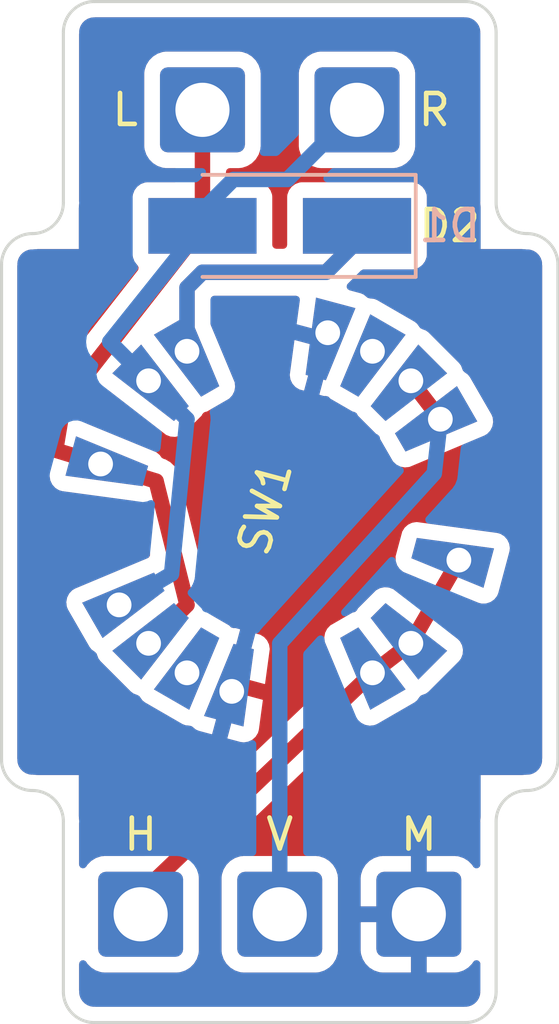
<source format=kicad_pcb>
(kicad_pcb (version 20211014) (generator pcbnew)
  (layers (0 "F.Cu" signal) (31 "B.Cu" signal) (34 "B.Paste" user) (35 "F.Paste" user) (36 "B.SilkS" user "B.Silkscreen") (37 "F.SilkS" user "F.Silkscreen") (38 "B.Mask" user) (39 "F.Mask" user) (44 "Edge.Cuts" user))
  (net 0 "")
  (net 1 "Net-(D1-Pad1)")
  (net 2 "Net-(D1-Pad2)")
  (net 3 "Net-(D2-Pad2)")
  (net 4 "Net-(J1-Pad1)")
  (net 5 "Net-(J2-Pad1)")
  (net 6 "Net-(J3-Pad1)")
  (footprint "Diode_SMD:D_SMA_Handsoldering" (layer "F.Cu") (at 30 20.75 180)
    (fp_text reference "D2" (at -5.5 0) (layer "F.SilkS"))
    (fp_text value "S 1G SMD")
    (fp_line (start -4.4 1.65) (end 2.5 1.65) (layer "F.SilkS") (width 0.12))
    (fp_line (start -4.4 -1.65) (end -4.4 1.65) (layer "F.SilkS") (width 0.12))
    (fp_line (start -4.4 -1.65) (end 2.5 -1.65) (layer "F.SilkS") (width 0.12))
    (pad "1" smd rect (at -2.5 0 180) (size 3.5 1.8) (layers "F.Cu" "F.Paste" "F.Mask") (net 1 "Net-(D1-Pad1)"))
    (pad "2" smd rect (at 2.5 0 180) (size 3.5 1.8) (layers "F.Cu" "F.Paste" "F.Mask") (net 3 "Net-(D2-Pad2)"))
  )
  (footprint "Connector_Wire:SolderWire-1sqmm_1x01_D1.4mm_OD2.7mm" (layer "F.Cu") (at 27.5 17)
    (fp_text reference "L" (at -2.5 0) (layer "F.SilkS"))
    (fp_text value "LEFT")
    (pad "1" thru_hole roundrect (at 0 0) (size 2.75 2.75) (drill 1.75) (layers *.Cu *.Mask) (roundrect_rratio 0.09090909091) (net 3 "Net-(D2-Pad2)"))
  )
  (footprint "Connector_Wire:SolderWire-1sqmm_1x01_D1.4mm_OD2.7mm" (layer "F.Cu") (at 32.5 17)
    (fp_text reference "R" (at 2.5 0) (layer "F.SilkS"))
    (fp_text value "RIGHT")
    (pad "1" thru_hole roundrect (at 0 0) (size 2.75 2.75) (drill 1.75) (layers *.Cu *.Mask) (roundrect_rratio 0.09090909091) (net 2 "Net-(D1-Pad2)"))
  )
  (footprint "Connector_Wire:SolderWire-1sqmm_1x01_D1.4mm_OD2.7mm" (layer "F.Cu") (at 30 43)
    (fp_text reference "V" (at 0 -2.58) (layer "F.SilkS"))
    (fp_text value "FRONT")
    (pad "1" thru_hole roundrect (at 0 0) (size 2.75 2.75) (drill 1.75) (layers *.Cu *.Mask) (roundrect_rratio 0.09090909091) (net 5 "Net-(J2-Pad1)"))
  )
  (footprint "Connector_Wire:SolderWire-1sqmm_1x01_D1.4mm_OD2.7mm" (layer "F.Cu") (at 34.5 43)
    (fp_text reference "M" (at 0 -2.58) (layer "F.SilkS"))
    (fp_text value "GROUND")
    (pad "1" thru_hole roundrect (at 0 0) (size 2.75 2.75) (drill 1.75) (layers *.Cu *.Mask) (roundrect_rratio 0.09090909091) (net 4 "Net-(J1-Pad1)"))
  )
  (footprint "project:MRK206" (layer "F.Cu") (at 30 30 75)
    (fp_text reference "SW1" (at 0 -0.5 75 unlocked) (layer "F.SilkS"))
    (fp_text value "MRK206")
    (pad "1" thru_hole trapezoid (at 5.795555 1.552914 150) (size 1 2.5) (rect_delta 0 0.32) (drill 0.8 (offset 0 -0.25)) (layers *.Cu *.Mask))
    (pad "2" thru_hole trapezoid (at 5.196152 3 135) (size 1 2.5) (rect_delta 0 0.32) (drill 0.8 (offset 0 -0.25)) (layers *.Cu *.Mask) (net 5 "Net-(J2-Pad1)"))
    (pad "3" thru_hole trapezoid (at 4.242641 4.242641 120) (size 1 2.5) (rect_delta 0 0.32) (drill 0.8 (offset 0 -0.25)) (layers *.Cu *.Mask) (net 5 "Net-(J2-Pad1)"))
    (pad "4" thru_hole trapezoid (at 0 6 75) (size 1 2.5) (rect_delta 0 0.32) (drill 0.8 (offset 0 -0.25)) (layers *.Cu *.Mask) (net 6 "Net-(J3-Pad1)"))
    (pad "5" thru_hole trapezoid (at -3 5.196152 45) (size 1 2.5) (rect_delta 0 0.32) (drill 0.8 (offset 0 -0.25)) (layers *.Cu *.Mask) (net 6 "Net-(J3-Pad1)"))
    (pad "6" thru_hole trapezoid (at -4.242641 4.242641 30) (size 1 2.5) (rect_delta 0 0.32) (drill 0.8 (offset 0 -0.25)) (layers *.Cu *.Mask) (net 6 "Net-(J3-Pad1)"))
    (pad "7" thru_hole trapezoid (at -5.795555 -1.552914 330) (size 1 2.5) (rect_delta 0 0.32) (drill 0.8 (offset 0 -0.25)) (layers *.Cu *.Mask))
    (pad "8" thru_hole trapezoid (at -5.196152 -3 315) (size 1 2.5) (rect_delta 0 0.32) (drill 0.8 (offset 0 -0.25)) (layers *.Cu *.Mask) (net 3 "Net-(D2-Pad2)"))
    (pad "9" thru_hole trapezoid (at -4.242641 -4.242641 300) (size 1 2.5) (rect_delta 0 0.32) (drill 0.8 (offset 0 -0.25)) (layers *.Cu *.Mask) (net 2 "Net-(D1-Pad2)"))
    (pad "10" thru_hole trapezoid (at 0 -6 255) (size 1 2.5) (rect_delta 0 0.32) (drill 0.8 (offset 0 -0.25)) (layers *.Cu *.Mask) (net 3 "Net-(D2-Pad2)"))
    (pad "11" thru_hole trapezoid (at 3 -5.196152 225) (size 1 2.5) (rect_delta 0 0.32) (drill 0.8 (offset 0 -0.25)) (layers *.Cu *.Mask) (net 2 "Net-(D1-Pad2)"))
    (pad "12" thru_hole trapezoid (at 4.242641 -4.242641 210) (size 1 2.5) (rect_delta 0 0.32) (drill 0.8 (offset 0 -0.25)) (layers *.Cu *.Mask) (net 1 "Net-(D1-Pad1)"))
    (pad "13" thru_hole trapezoid (at 6 0 165) (size 1 2.5) (rect_delta 0 0.32) (drill 0.8 (offset 0 -0.25)) (layers *.Cu *.Mask) (net 4 "Net-(J1-Pad1)"))
    (pad "14" thru_hole trapezoid (at -6 0 345) (size 1 2.5) (rect_delta 0 0.32) (drill 0.8 (offset 0 -0.25)) (layers *.Cu *.Mask) (net 4 "Net-(J1-Pad1)"))
  )
  (footprint "Connector_Wire:SolderWire-1sqmm_1x01_D1.4mm_OD2.7mm" (layer "F.Cu") (at 25.5 43)
    (fp_text reference "H" (at 0 -2.58) (layer "F.SilkS"))
    (fp_text value "BACK")
    (pad "1" thru_hole roundrect (at 0 0) (size 2.75 2.75) (drill 1.75) (layers *.Cu *.Mask) (roundrect_rratio 0.09090909091) (net 6 "Net-(J3-Pad1)"))
  )
  (footprint "Diode_SMD:D_SMA_Handsoldering" (layer "B.Cu") (at 30 20.75 180)
    (fp_text reference "D1" (at -5.5 0) (layer "B.SilkS") (effects (justify mirror)))
    (fp_text value "S 1G SMD")
    (fp_line (start -4.4 1.65) (end 2.5 1.65) (layer "B.SilkS") (width 0.12))
    (fp_line (start -4.4 -1.65) (end 2.5 -1.65) (layer "B.SilkS") (width 0.12))
    (fp_line (start -4.4 1.65) (end -4.4 -1.65) (layer "B.SilkS") (width 0.12))
    (pad "1" smd rect (at -2.5 0 180) (size 3.5 1.8) (layers "B.Cu" "B.Paste" "B.Mask") (net 1 "Net-(D1-Pad1)"))
    (pad "2" smd rect (at 2.5 0 180) (size 3.5 1.8) (layers "B.Cu" "B.Paste" "B.Mask") (net 2 "Net-(D1-Pad2)"))
  )
  (gr_line (start 23 45.5) (end 23 40) (layer "Edge.Cuts") (width 0.1))
  (gr_line (start 24 13.5) (end 36 13.5) (layer "Edge.Cuts") (width 0.1))
  (gr_arc (start 37 40) (mid 37.292893 39.292893) (end 38 39) (layer "Edge.Cuts") (width 0.1))
  (gr_arc (start 22 39) (mid 22.707107 39.292893) (end 23 40) (layer "Edge.Cuts") (width 0.1))
  (gr_line (start 37 45.5) (end 37 40) (layer "Edge.Cuts") (width 0.1))
  (gr_arc (start 38 21) (mid 37.292893 20.707107) (end 37 20) (layer "Edge.Cuts") (width 0.1))
  (gr_arc (start 23 20) (mid 22.707107 20.707107) (end 22 21) (layer "Edge.Cuts") (width 0.1))
  (gr_arc (start 24 46.5) (mid 23.292893 46.207107) (end 23 45.5) (layer "Edge.Cuts") (width 0.1))
  (gr_line (start 39 38) (end 39 22) (layer "Edge.Cuts") (width 0.1))
  (gr_arc (start 37 45.5) (mid 36.707107 46.207107) (end 36 46.5) (layer "Edge.Cuts") (width 0.1))
  (gr_arc (start 21 22) (mid 21.292893 21.292893) (end 22 21) (layer "Edge.Cuts") (width 0.1))
  (gr_arc (start 36 13.5) (mid 36.707107 13.792893) (end 37 14.5) (layer "Edge.Cuts") (width 0.1))
  (gr_arc (start 22 39) (mid 21.292893 38.707107) (end 21 38) (layer "Edge.Cuts") (width 0.1))
  (gr_line (start 23 20) (end 23 14.5) (layer "Edge.Cuts") (width 0.1))
  (gr_line (start 37 20) (end 37 14.5) (layer "Edge.Cuts") (width 0.1))
  (gr_line (start 21 38) (end 21 22) (layer "Edge.Cuts") (width 0.1))
  (gr_line (start 24 46.5) (end 36 46.5) (layer "Edge.Cuts") (width 0.1))
  (gr_arc (start 39 38) (mid 38.707107 38.707107) (end 38 39) (layer "Edge.Cuts") (width 0.1))
  (gr_arc (start 23 14.5) (mid 23.292893 13.792893) (end 24 13.5) (layer "Edge.Cuts") (width 0.1))
  (gr_arc (start 38 21) (mid 38.707107 21.292893) (end 39 22) (layer "Edge.Cuts") (width 0.1))
  (segment (start 31.5 22.25) (end 32.5 21.25) (width 0.5) (layer "F.Cu") (net 1))
  (segment (start 27 24.803847) (end 27 22.75) (width 0.5) (layer "F.Cu") (net 1))
  (segment (start 27.5 22.25) (end 31.5 22.25) (width 0.5) (layer "F.Cu") (net 1))
  (segment (start 32.5 21.25) (end 32.5 20.75) (width 0.5) (layer "F.Cu") (net 1))
  (segment (start 27 22.75) (end 27.5 22.25) (width 0.5) (layer "F.Cu") (net 1))
  (segment (start 27 22.75) (end 27.5 22.25) (width 0.5) (layer "B.Cu") (net 1))
  (segment (start 31.5 22.25) (end 32.5 21.25) (width 0.5) (layer "B.Cu") (net 1))
  (segment (start 32.5 21.25) (end 32.5 20.75) (width 0.5) (layer "B.Cu") (net 1))
  (segment (start 27 24.803847) (end 27 22.75) (width 0.5) (layer "B.Cu") (net 1))
  (segment (start 27.5 22.25) (end 31.5 22.25) (width 0.5) (layer "B.Cu") (net 1))
  (segment (start 27.5 20.25) (end 27.5 20.75) (width 0.5) (layer "B.Cu") (net 2))
  (segment (start 30.25 19.25) (end 28.5 19.25) (width 0.5) (layer "B.Cu") (net 2))
  (segment (start 28.5 19.25) (end 27.5 20.25) (width 0.5) (layer "B.Cu") (net 2))
  (segment (start 24.803847 33) (end 26.5 32) (width 0.5) (layer "B.Cu") (net 2))
  (segment (start 27.5 20.75) (end 24.5 24.5) (width 0.5) (layer "B.Cu") (net 2))
  (segment (start 27 27) (end 25.75736 25.757359) (width 0.5) (layer "B.Cu") (net 2))
  (segment (start 24.5 24.5) (end 25.75736 25.757359) (width 0.5) (layer "B.Cu") (net 2))
  (segment (start 32.5 17) (end 30.25 19.25) (width 0.5) (layer "B.Cu") (net 2))
  (segment (start 26.5 32) (end 27 27) (width 0.5) (layer "B.Cu") (net 2))
  (segment (start 26 29) (end 24.204445 28.447086) (width 0.5) (layer "F.Cu") (net 3))
  (segment (start 27.5 17) (end 27.5 19.9875) (width 0.5) (layer "F.Cu") (net 3))
  (segment (start 27 33) (end 26 29) (width 0.5) (layer "F.Cu") (net 3))
  (segment (start 27.5 20.75) (end 23 26.5) (width 0.5) (layer "F.Cu") (net 3))
  (segment (start 23 26.5) (end 22.75 28) (width 0.5) (layer "F.Cu") (net 3))
  (segment (start 25.757359 34.24264) (end 27 33) (width 0.5) (layer "F.Cu") (net 3))
  (segment (start 22.75 28) (end 24.204445 28.447086) (width 0.5) (layer "F.Cu") (net 3))
  (segment (start 34.242641 25.75736) (end 35.196153 27) (width 0.5) (layer "F.Cu") (net 5))
  (segment (start 30 34.25) (end 35 28.75) (width 0.5) (layer "B.Cu") (net 5))
  (segment (start 35 28.75) (end 35.196153 27) (width 0.5) (layer "B.Cu") (net 5))
  (segment (start 30 43) (end 30 34.25) (width 0.5) (layer "B.Cu") (net 5))
  (segment (start 25.5 42.339379) (end 25.5 43) (width 0.5) (layer "F.Cu") (net 6))
  (segment (start 35.795555 31.552914) (end 34.24264 34.242641) (width 0.5) (layer "F.Cu") (net 6))
  (segment (start 33 35.196153) (end 25.5 42.339379) (width 0.5) (layer "F.Cu") (net 6))
  (segment (start 34.24264 34.242641) (end 33 35.196153) (width 0.5) (layer "F.Cu") (net 6))
  (zone (net 4) (net_name "Net-(J1-Pad1)") (layer "F.Cu") (connect_pads (clearance 0.508)) (min_thickness 0.254) (fill yes (thermal_gap 0.508) (thermal_bridge_width 0.508))
    (polygon (pts (xy 36.5 21.5) (xy 38.5 21.5) (xy 38.5 38.5) (xy 36.5 38.5) (xy 36.5 46) (xy 23.5 46) (xy 23.5 38.5) (xy 21.5 38.5) (xy 21.5 21.5) (xy 23.5 21.5) (xy 23.5 14) (xy 36.5 14)))
  )
  (zone (net 4) (net_name "Net-(J1-Pad1)") (layer "B.Cu") (connect_pads (clearance 0.508)) (min_thickness 0.254) (fill yes (thermal_gap 0.508) (thermal_bridge_width 0.508))
    (polygon (pts (xy 36.5 21.5) (xy 38.5 21.5) (xy 38.5 38.5) (xy 36.5 38.5) (xy 36.5 46) (xy 23.5 46) (xy 23.5 38.5) (xy 21.5 38.5) (xy 21.5 21.5) (xy 23.5 21.5) (xy 23.5 14) (xy 36.5 14)))
  )
)
</source>
